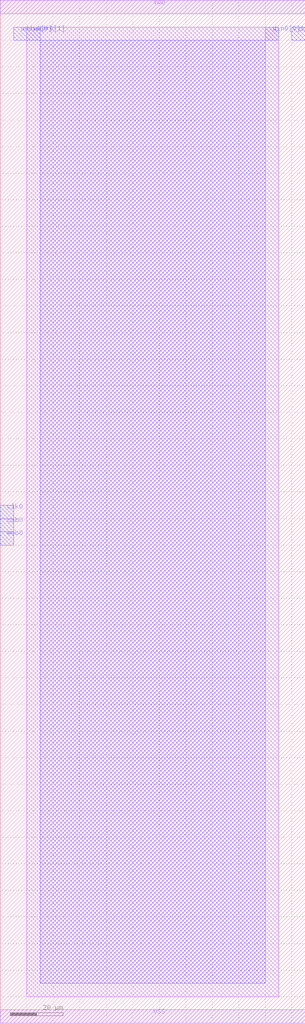
<source format=lef>
# Sky130 SRAM Macro LEF File
# Physical layout information for sky130_sram_2kbyte_1rw1r_32x512_8

VERSION 5.7 ;
BUSBITCHARS "[]" ;
DIVIDERCHAR "/" ;

UNITS
  DATABASE MICRONS 1000 ;
END UNITS

# SRAM Macro Definition
MACRO sky130_sram_2kbyte_1rw1r_32x512_8
  CLASS BLOCK ;
  FOREIGN sky130_sram_2kbyte_1rw1r_32x512_8 0.0 0.0 ;
  ORIGIN 0.0 0.0 ;
  SIZE 115.0 BY 385.0 ;  # Estimated size in microns
  SYMMETRY X Y ;
  
  # Power pins
  PIN VDD
    DIRECTION INOUT ;
    USE POWER ;
    SHAPE ABUTMENT ;
    PORT
      LAYER met1 ;
        RECT 0.0 380.0 115.0 385.0 ;
    END
  END VDD
  
  PIN VSS
    DIRECTION INOUT ;
    USE GROUND ;
    SHAPE ABUTMENT ;
    PORT
      LAYER met1 ;
        RECT 0.0 0.0 115.0 5.0 ;
    END
  END VSS
  
  # Signal pins (simplified placement)
  PIN clk0
    DIRECTION INPUT ;
    USE SIGNAL ;
    PORT
      LAYER met2 ;
        RECT 0.0 190.0 5.0 195.0 ;
    END
  END clk0
  
  PIN csb0
    DIRECTION INPUT ;
    USE SIGNAL ;
    PORT
      LAYER met2 ;
        RECT 0.0 185.0 5.0 190.0 ;
    END
  END csb0
  
  PIN web0
    DIRECTION INPUT ;
    USE SIGNAL ;
    PORT
      LAYER met2 ;
        RECT 0.0 180.0 5.0 185.0 ;
    END
  END web0
  
  # Address bus pins (simplified)
  PIN addr0[0]
    DIRECTION INPUT ;
    USE SIGNAL ;
    PORT
      LAYER met2 ;
        RECT 5.0 370.0 10.0 375.0 ;
    END
  END addr0[0]
  
  PIN addr0[1]
    DIRECTION INPUT ;
    USE SIGNAL ;
    PORT
      LAYER met2 ;
        RECT 10.0 370.0 15.0 375.0 ;
    END
  END addr0[1]
  
  # ... (additional address pins would be defined similarly)
  
  # Data pins (simplified representation)
  PIN din0[0]
    DIRECTION INPUT ;
    USE SIGNAL ;
    PORT
      LAYER met2 ;
        RECT 100.0 370.0 105.0 375.0 ;
    END
  END din0[0]
  
  PIN dout0[0]
    DIRECTION OUTPUT ;
    USE SIGNAL ;
    PORT
      LAYER met2 ;
        RECT 110.0 370.0 115.0 375.0 ;
    END
  END dout0[0]
  
  # ... (additional data pins would be defined similarly)
  
  # Blockage for routing (core area)
  OBS
    LAYER met1 ;
      RECT 10.0 10.0 105.0 375.0 ;
    LAYER met2 ;
      RECT 15.0 15.0 100.0 370.0 ;
  END
  
END sky130_sram_2kbyte_1rw1r_32x512_8

END LIBRARY
</source>
